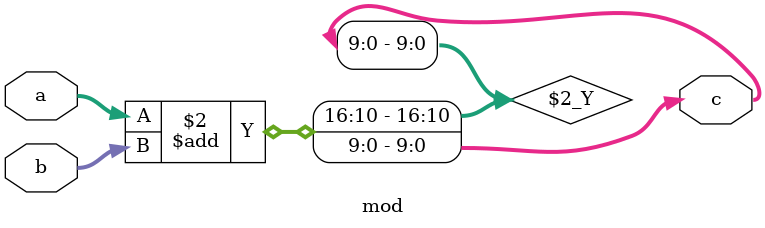
<source format=v>
module mod(a, b, c);

   input [16:0] a;
   input [4:0] b;
   output [9:0] c;
   reg [9:0] 	c;

   initial begin
      c = 0;
   end
   
   
      
always @ (a or b)
  begin
     $display("trigger");
     
     c = a + b;
  end
   
endmodule
   

</source>
